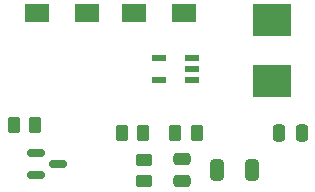
<source format=gbr>
%TF.GenerationSoftware,KiCad,Pcbnew,9.0.2*%
%TF.CreationDate,2025-06-13T22:03:49+05:30*%
%TF.ProjectId,Tiny Solar Supply,54696e79-2053-46f6-9c61-722053757070,rev?*%
%TF.SameCoordinates,Original*%
%TF.FileFunction,Paste,Top*%
%TF.FilePolarity,Positive*%
%FSLAX46Y46*%
G04 Gerber Fmt 4.6, Leading zero omitted, Abs format (unit mm)*
G04 Created by KiCad (PCBNEW 9.0.2) date 2025-06-13 22:03:49*
%MOMM*%
%LPD*%
G01*
G04 APERTURE LIST*
G04 Aperture macros list*
%AMRoundRect*
0 Rectangle with rounded corners*
0 $1 Rounding radius*
0 $2 $3 $4 $5 $6 $7 $8 $9 X,Y pos of 4 corners*
0 Add a 4 corners polygon primitive as box body*
4,1,4,$2,$3,$4,$5,$6,$7,$8,$9,$2,$3,0*
0 Add four circle primitives for the rounded corners*
1,1,$1+$1,$2,$3*
1,1,$1+$1,$4,$5*
1,1,$1+$1,$6,$7*
1,1,$1+$1,$8,$9*
0 Add four rect primitives between the rounded corners*
20,1,$1+$1,$2,$3,$4,$5,0*
20,1,$1+$1,$4,$5,$6,$7,0*
20,1,$1+$1,$6,$7,$8,$9,0*
20,1,$1+$1,$8,$9,$2,$3,0*%
G04 Aperture macros list end*
%ADD10R,2.120000X1.500000*%
%ADD11RoundRect,0.250000X0.325000X0.650000X-0.325000X0.650000X-0.325000X-0.650000X0.325000X-0.650000X0*%
%ADD12RoundRect,0.250000X-0.262500X-0.450000X0.262500X-0.450000X0.262500X0.450000X-0.262500X0.450000X0*%
%ADD13RoundRect,0.250000X-0.250000X-0.475000X0.250000X-0.475000X0.250000X0.475000X-0.250000X0.475000X0*%
%ADD14R,3.302000X2.667000*%
%ADD15RoundRect,0.150000X-0.587500X-0.150000X0.587500X-0.150000X0.587500X0.150000X-0.587500X0.150000X0*%
%ADD16RoundRect,0.250000X0.262500X0.450000X-0.262500X0.450000X-0.262500X-0.450000X0.262500X-0.450000X0*%
%ADD17RoundRect,0.250000X0.475000X-0.250000X0.475000X0.250000X-0.475000X0.250000X-0.475000X-0.250000X0*%
%ADD18R,1.181100X0.558800*%
%ADD19RoundRect,0.250000X-0.450000X0.262500X-0.450000X-0.262500X0.450000X-0.262500X0.450000X0.262500X0*%
G04 APERTURE END LIST*
D10*
%TO.C,D1*%
X102025000Y-109855000D03*
X106255000Y-109855000D03*
%TD*%
D11*
%TO.C,C2*%
X120220000Y-123190000D03*
X117270000Y-123190000D03*
%TD*%
D12*
%TO.C,R2*%
X113745000Y-120015000D03*
X115570000Y-120015000D03*
%TD*%
D13*
%TO.C,C1*%
X122555000Y-120015000D03*
X124455000Y-120015000D03*
%TD*%
D14*
%TO.C,L1*%
X121920000Y-110464600D03*
X121920000Y-115595400D03*
%TD*%
D15*
%TO.C,Q1*%
X101932500Y-121692500D03*
X101932500Y-123592500D03*
X103807500Y-122642500D03*
%TD*%
D16*
%TO.C,R3*%
X111045000Y-120015000D03*
X109220000Y-120015000D03*
%TD*%
D10*
%TO.C,D2*%
X110280000Y-109855000D03*
X114510000Y-109855000D03*
%TD*%
D17*
%TO.C,C3*%
X114300000Y-124140000D03*
X114300000Y-122240000D03*
%TD*%
D16*
%TO.C,R1*%
X101877500Y-119380000D03*
X100052500Y-119380000D03*
%TD*%
D18*
%TO.C,U1*%
X115125500Y-115565002D03*
X115125500Y-114615001D03*
X115125500Y-113665000D03*
X112395000Y-113665000D03*
X112395000Y-115565002D03*
%TD*%
D19*
%TO.C,R4*%
X111125000Y-122277500D03*
X111125000Y-124102500D03*
%TD*%
M02*

</source>
